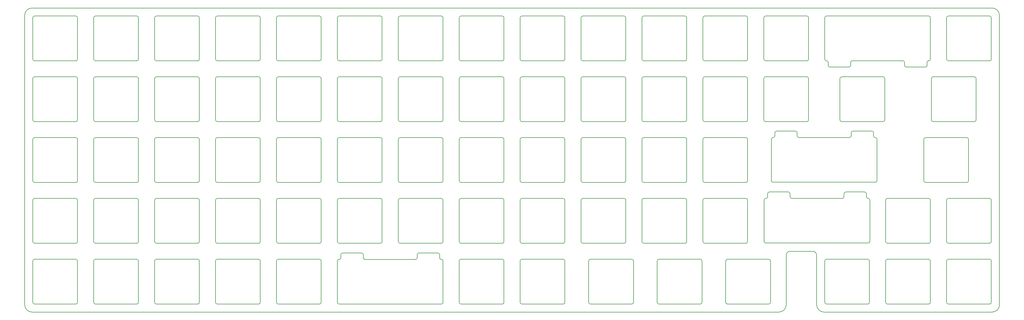
<source format=gm1>
G04 #@! TF.GenerationSoftware,KiCad,Pcbnew,(5.1.4)-1*
G04 #@! TF.CreationDate,2022-05-28T20:52:18-07:00*
G04 #@! TF.ProjectId,bakeneko65ortho-plate,62616b65-6e65-46b6-9f36-356f7274686f,rev?*
G04 #@! TF.SameCoordinates,Original*
G04 #@! TF.FileFunction,Profile,NP*
%FSLAX46Y46*%
G04 Gerber Fmt 4.6, Leading zero omitted, Abs format (unit mm)*
G04 Created by KiCad (PCBNEW (5.1.4)-1) date 2022-05-28 20:52:18*
%MOMM*%
%LPD*%
G04 APERTURE LIST*
%ADD10C,0.200000*%
G04 APERTURE END LIST*
D10*
X265375000Y-14468750D02*
X290725000Y-14468750D01*
X36775000Y-14468750D02*
X62125000Y-14468750D01*
X255586500Y-55056250D02*
G75*
G02X255086500Y-54556250I0J500000D01*
G01*
X248086500Y-54556250D02*
X248086500Y-53556250D01*
X271962500Y-54556250D02*
G75*
G02X271462500Y-55056250I-500000J0D01*
G01*
X278462500Y-53056250D02*
X272462500Y-53056250D01*
X279462500Y-55056250D02*
G75*
G02X278962500Y-54556250I0J500000D01*
G01*
X271462500Y-55056250D02*
X255586500Y-55056250D01*
X271962500Y-54556250D02*
X271962500Y-53556250D01*
X279549500Y-55056250D02*
X279462500Y-55056250D01*
X247586500Y-55056250D02*
X247499500Y-55056250D01*
X248086500Y-53556250D02*
G75*
G02X248586500Y-53056250I500000J0D01*
G01*
X254586500Y-53056250D02*
G75*
G02X255086500Y-53556250I0J-500000D01*
G01*
X248086500Y-54556250D02*
G75*
G02X247586500Y-55056250I-500000J0D01*
G01*
X271962500Y-53556250D02*
G75*
G02X272462500Y-53056250I500000J0D01*
G01*
X254586500Y-53056250D02*
X248586500Y-53056250D01*
X278962500Y-54556250D02*
X278962500Y-53556250D01*
X255086500Y-54556250D02*
X255086500Y-53556250D01*
X278462500Y-53056250D02*
G75*
G02X278962500Y-53556250I0J-500000D01*
G01*
X279549500Y-69056250D02*
X247499500Y-69056250D01*
X277318750Y-88112500D02*
X245268750Y-88112500D01*
X276231750Y-72112500D02*
G75*
G02X276731750Y-72612500I0J-500000D01*
G01*
X269231750Y-74112500D02*
X253355750Y-74112500D01*
X245855750Y-73612500D02*
X245855750Y-72612500D01*
X277231750Y-74112500D02*
G75*
G02X276731750Y-73612500I0J500000D01*
G01*
X276731750Y-73612500D02*
X276731750Y-72612500D01*
X245855750Y-73612500D02*
G75*
G02X245355750Y-74112500I-500000J0D01*
G01*
X245355750Y-74112500D02*
X245268750Y-74112500D01*
X269731750Y-73612500D02*
X269731750Y-72612500D01*
X252355750Y-72112500D02*
G75*
G02X252855750Y-72612500I0J-500000D01*
G01*
X269731750Y-72612500D02*
G75*
G02X270231750Y-72112500I500000J0D01*
G01*
X269731750Y-73612500D02*
G75*
G02X269231750Y-74112500I-500000J0D01*
G01*
X277318750Y-74112500D02*
X277231750Y-74112500D01*
X276231750Y-72112500D02*
X270231750Y-72112500D01*
X252855750Y-73612500D02*
X252855750Y-72612500D01*
X245855750Y-72612500D02*
G75*
G02X246355750Y-72112500I500000J0D01*
G01*
X252355750Y-72112500D02*
X246355750Y-72112500D01*
X253355750Y-74112500D02*
G75*
G02X252855750Y-73612500I0J500000D01*
G01*
X211312500Y-93693750D02*
X211312500Y-106693750D01*
X211812500Y-107193750D02*
X224812500Y-107193750D01*
X224812500Y-93193750D02*
G75*
G02X225312500Y-93693750I0J-500000D01*
G01*
X225312500Y-106693750D02*
G75*
G02X224812500Y-107193750I-500000J0D01*
G01*
X225312500Y-93693750D02*
X225312500Y-106693750D01*
X246743750Y-106693750D02*
G75*
G02X246243750Y-107193750I-500000J0D01*
G01*
X189881250Y-93693750D02*
G75*
G02X190381250Y-93193750I500000J0D01*
G01*
X189881250Y-93693750D02*
X189881250Y-106693750D01*
X182450000Y-93693750D02*
X182450000Y-106693750D01*
X68150000Y-93693750D02*
X68150000Y-106693750D01*
X162900000Y-93193750D02*
G75*
G02X163400000Y-93693750I0J-500000D01*
G01*
X87200000Y-93693750D02*
X87200000Y-106693750D01*
X92250000Y-93693750D02*
G75*
G02X92750000Y-93193750I500000J0D01*
G01*
X168950000Y-93193750D02*
X181950000Y-93193750D01*
X73700000Y-107193750D02*
G75*
G02X73200000Y-106693750I0J500000D01*
G01*
X211312500Y-93693750D02*
G75*
G02X211812500Y-93193750I500000J0D01*
G01*
X211812500Y-93193750D02*
X224812500Y-93193750D01*
X181950000Y-93193750D02*
G75*
G02X182450000Y-93693750I0J-500000D01*
G01*
X67650000Y-93193750D02*
G75*
G02X68150000Y-93693750I0J-500000D01*
G01*
X168450000Y-93693750D02*
G75*
G02X168950000Y-93193750I500000J0D01*
G01*
X35600000Y-107193750D02*
G75*
G02X35100000Y-106693750I0J500000D01*
G01*
X68150000Y-106693750D02*
G75*
G02X67650000Y-107193750I-500000J0D01*
G01*
X168950000Y-107193750D02*
G75*
G02X168450000Y-106693750I0J500000D01*
G01*
X149400000Y-93693750D02*
G75*
G02X149900000Y-93193750I500000J0D01*
G01*
X49100000Y-106693750D02*
G75*
G02X48600000Y-107193750I-500000J0D01*
G01*
X92750000Y-93193750D02*
X105750000Y-93193750D01*
X149900000Y-107193750D02*
X162900000Y-107193750D01*
X48600000Y-93193750D02*
G75*
G02X49100000Y-93693750I0J-500000D01*
G01*
X54650000Y-107193750D02*
G75*
G02X54150000Y-106693750I0J500000D01*
G01*
X203381250Y-93193750D02*
G75*
G02X203881250Y-93693750I0J-500000D01*
G01*
X73200000Y-93693750D02*
X73200000Y-106693750D01*
X149900000Y-93193750D02*
X162900000Y-93193750D01*
X73700000Y-107193750D02*
X86700000Y-107193750D01*
X73200000Y-93693750D02*
G75*
G02X73700000Y-93193750I500000J0D01*
G01*
X203881250Y-106693750D02*
G75*
G02X203381250Y-107193750I-500000J0D01*
G01*
X168450000Y-93693750D02*
X168450000Y-106693750D01*
X149400000Y-93693750D02*
X149400000Y-106693750D01*
X54150000Y-93693750D02*
G75*
G02X54650000Y-93193750I500000J0D01*
G01*
X203881250Y-93693750D02*
X203881250Y-106693750D01*
X106250000Y-106693750D02*
G75*
G02X105750000Y-107193750I-500000J0D01*
G01*
X190381250Y-93193750D02*
X203381250Y-93193750D01*
X92750000Y-107193750D02*
G75*
G02X92250000Y-106693750I0J500000D01*
G01*
X54650000Y-107193750D02*
X67650000Y-107193750D01*
X163400000Y-93693750D02*
X163400000Y-106693750D01*
X92250000Y-93693750D02*
X92250000Y-106693750D01*
X106250000Y-93693750D02*
X106250000Y-106693750D01*
X35100000Y-93693750D02*
X35100000Y-106693750D01*
X105750000Y-93193750D02*
G75*
G02X106250000Y-93693750I0J-500000D01*
G01*
X92750000Y-107193750D02*
X105750000Y-107193750D01*
X87200000Y-106693750D02*
G75*
G02X86700000Y-107193750I-500000J0D01*
G01*
X35600000Y-107193750D02*
X48600000Y-107193750D01*
X190381250Y-107193750D02*
X203381250Y-107193750D01*
X54150000Y-93693750D02*
X54150000Y-106693750D01*
X54650000Y-93193750D02*
X67650000Y-93193750D01*
X49100000Y-93693750D02*
X49100000Y-106693750D01*
X86700000Y-93193750D02*
G75*
G02X87200000Y-93693750I0J-500000D01*
G01*
X168950000Y-107193750D02*
X181950000Y-107193750D01*
X190381250Y-107193750D02*
G75*
G02X189881250Y-106693750I0J500000D01*
G01*
X73700000Y-93193750D02*
X86700000Y-93193750D01*
X182450000Y-106693750D02*
G75*
G02X181950000Y-107193750I-500000J0D01*
G01*
X163400000Y-106693750D02*
G75*
G02X162900000Y-107193750I-500000J0D01*
G01*
X149900000Y-107193750D02*
G75*
G02X149400000Y-106693750I0J500000D01*
G01*
X233243750Y-107193750D02*
G75*
G02X232743750Y-106693750I0J500000D01*
G01*
X211812500Y-107193750D02*
G75*
G02X211312500Y-106693750I0J500000D01*
G01*
X232743750Y-93693750D02*
G75*
G02X233243750Y-93193750I500000J0D01*
G01*
X246243750Y-93193750D02*
G75*
G02X246743750Y-93693750I0J-500000D01*
G01*
X246743750Y-93693750D02*
X246743750Y-106693750D01*
X233243750Y-107193750D02*
X246243750Y-107193750D01*
X233243750Y-93193750D02*
X246243750Y-93193750D01*
X232743750Y-93693750D02*
X232743750Y-106693750D01*
X35600000Y-93193750D02*
X48600000Y-93193750D01*
X30050000Y-106693750D02*
G75*
G02X29550000Y-107193750I-500000J0D01*
G01*
X16050000Y-93693750D02*
X16050000Y-106693750D01*
X16050000Y-93693750D02*
G75*
G02X16550000Y-93193750I500000J0D01*
G01*
X16550000Y-107193750D02*
G75*
G02X16050000Y-106693750I0J500000D01*
G01*
X30050000Y-93693750D02*
X30050000Y-106693750D01*
X35100000Y-93693750D02*
G75*
G02X35600000Y-93193750I500000J0D01*
G01*
X29550000Y-93193750D02*
G75*
G02X30050000Y-93693750I0J-500000D01*
G01*
X16550000Y-107193750D02*
X29550000Y-107193750D01*
X16550000Y-93193750D02*
X29550000Y-93193750D01*
X277818750Y-74612500D02*
X277818750Y-87612500D01*
X245268750Y-88112500D02*
G75*
G02X244768750Y-87612500I0J500000D01*
G01*
X277318750Y-74112500D02*
G75*
G02X277818750Y-74612500I0J-500000D01*
G01*
X277231750Y-88112500D02*
X277318750Y-88112500D01*
X245268750Y-88112500D02*
X245355750Y-88112500D01*
X244768750Y-74612500D02*
G75*
G02X245268750Y-74112500I500000J0D01*
G01*
X244768750Y-74612500D02*
X244768750Y-87612500D01*
X277818750Y-87612500D02*
G75*
G02X277318750Y-88112500I-500000J0D01*
G01*
X118881000Y-91210500D02*
X112881000Y-91210500D01*
X143257000Y-92710500D02*
X143257000Y-91710500D01*
X136257000Y-92710500D02*
X136257000Y-91710500D01*
X143844000Y-107210500D02*
X111794000Y-107210500D01*
X142757000Y-91210500D02*
G75*
G02X143257000Y-91710500I0J-500000D01*
G01*
X111294000Y-106710500D02*
X111294000Y-93710500D01*
X143844000Y-93210500D02*
G75*
G02X144344000Y-93710500I0J-500000D01*
G01*
X112381000Y-92710500D02*
G75*
G02X111881000Y-93210500I-500000J0D01*
G01*
X136257000Y-91710500D02*
G75*
G02X136757000Y-91210500I500000J0D01*
G01*
X119381000Y-92710500D02*
X119381000Y-91710500D01*
X111794000Y-107210500D02*
G75*
G02X111294000Y-106710500I0J500000D01*
G01*
X118881000Y-91210500D02*
G75*
G02X119381000Y-91710500I0J-500000D01*
G01*
X112381000Y-91710500D02*
G75*
G02X112881000Y-91210500I500000J0D01*
G01*
X111881000Y-93210500D02*
X111794000Y-93210500D01*
X143844000Y-93210500D02*
X143757000Y-93210500D01*
X144344000Y-106710500D02*
G75*
G02X143844000Y-107210500I-500000J0D01*
G01*
X144344000Y-106710500D02*
X144344000Y-93710500D01*
X111294000Y-93710500D02*
G75*
G02X111794000Y-93210500I500000J0D01*
G01*
X112381000Y-92710500D02*
X112381000Y-91710500D01*
X135757000Y-93210500D02*
X119881000Y-93210500D01*
X142757000Y-91210500D02*
X136757000Y-91210500D01*
X119881000Y-93210500D02*
G75*
G02X119381000Y-92710500I0J500000D01*
G01*
X143757000Y-93210500D02*
G75*
G02X143257000Y-92710500I0J500000D01*
G01*
X136257000Y-92710500D02*
G75*
G02X135757000Y-93210500I-500000J0D01*
G01*
X239600000Y-87643750D02*
G75*
G02X239100000Y-88143750I-500000J0D01*
G01*
X226100000Y-88143750D02*
G75*
G02X225600000Y-87643750I0J500000D01*
G01*
X225600000Y-74643750D02*
G75*
G02X226100000Y-74143750I500000J0D01*
G01*
X239100000Y-74143750D02*
G75*
G02X239600000Y-74643750I0J-500000D01*
G01*
X239600000Y-74643750D02*
X239600000Y-87643750D01*
X226100000Y-88143750D02*
X239100000Y-88143750D01*
X226100000Y-74143750D02*
X239100000Y-74143750D01*
X225600000Y-74643750D02*
X225600000Y-87643750D01*
X247499500Y-69056250D02*
G75*
G02X246999500Y-68556250I0J500000D01*
G01*
X280049500Y-55556250D02*
X280049500Y-68556250D01*
X279549500Y-55056250D02*
G75*
G02X280049500Y-55556250I0J-500000D01*
G01*
X279462500Y-69056250D02*
X279549500Y-69056250D01*
X246999500Y-55556250D02*
G75*
G02X247499500Y-55056250I500000J0D01*
G01*
X246999500Y-55556250D02*
X246999500Y-68556250D01*
X280049500Y-68556250D02*
G75*
G02X279549500Y-69056250I-500000J0D01*
G01*
X247499500Y-69056250D02*
X247586500Y-69056250D01*
X226100000Y-69093750D02*
X239100000Y-69093750D01*
X239600000Y-68593750D02*
G75*
G02X239100000Y-69093750I-500000J0D01*
G01*
X239100000Y-55093750D02*
G75*
G02X239600000Y-55593750I0J-500000D01*
G01*
X225600000Y-55593750D02*
X225600000Y-68593750D01*
X226100000Y-69093750D02*
G75*
G02X225600000Y-68593750I0J500000D01*
G01*
X239600000Y-55593750D02*
X239600000Y-68593750D01*
X226100000Y-55093750D02*
X239100000Y-55093750D01*
X225600000Y-55593750D02*
G75*
G02X226100000Y-55093750I500000J0D01*
G01*
X16050000Y-17493750D02*
X16050000Y-30493750D01*
X62125000Y-14468750D02*
X269725000Y-14468750D01*
X16550000Y-16993750D02*
X29550000Y-16993750D01*
X30050000Y-30493750D02*
G75*
G02X29550000Y-30993750I-500000J0D01*
G01*
X16050000Y-17493750D02*
G75*
G02X16550000Y-16993750I500000J0D01*
G01*
X29550000Y-16993750D02*
G75*
G02X30050000Y-17493750I0J-500000D01*
G01*
X16550000Y-30993750D02*
X29550000Y-30993750D01*
X16550000Y-30993750D02*
G75*
G02X16050000Y-30493750I0J500000D01*
G01*
X290725000Y-14468750D02*
X316075000Y-14468750D01*
X30050000Y-17493750D02*
X30050000Y-30493750D01*
X149900000Y-30993750D02*
G75*
G02X149400000Y-30493750I0J500000D01*
G01*
X111800000Y-30993750D02*
G75*
G02X111300000Y-30493750I0J500000D01*
G01*
X130350000Y-17493750D02*
G75*
G02X130850000Y-16993750I500000J0D01*
G01*
X143850000Y-16993750D02*
G75*
G02X144350000Y-17493750I0J-500000D01*
G01*
X111800000Y-30993750D02*
X124800000Y-30993750D01*
X144350000Y-17493750D02*
X144350000Y-30493750D01*
X92750000Y-30993750D02*
X105750000Y-30993750D01*
X35600000Y-30993750D02*
X48600000Y-30993750D01*
X54150000Y-17493750D02*
G75*
G02X54650000Y-16993750I500000J0D01*
G01*
X68150000Y-17493750D02*
X68150000Y-30493750D01*
X106250000Y-17493750D02*
X106250000Y-30493750D01*
X130850000Y-16993750D02*
X143850000Y-16993750D01*
X130350000Y-17493750D02*
X130350000Y-30493750D01*
X68150000Y-30493750D02*
G75*
G02X67650000Y-30993750I-500000J0D01*
G01*
X54650000Y-30993750D02*
G75*
G02X54150000Y-30493750I0J500000D01*
G01*
X92750000Y-16993750D02*
X105750000Y-16993750D01*
X87200000Y-17493750D02*
X87200000Y-30493750D01*
X162900000Y-16993750D02*
G75*
G02X163400000Y-17493750I0J-500000D01*
G01*
X49100000Y-30493750D02*
G75*
G02X48600000Y-30993750I-500000J0D01*
G01*
X54650000Y-16993750D02*
X67650000Y-16993750D01*
X35100000Y-17493750D02*
G75*
G02X35600000Y-16993750I500000J0D01*
G01*
X144350000Y-30493750D02*
G75*
G02X143850000Y-30993750I-500000J0D01*
G01*
X130850000Y-30993750D02*
X143850000Y-30993750D01*
X35600000Y-16993750D02*
X48600000Y-16993750D01*
X48600000Y-16993750D02*
G75*
G02X49100000Y-17493750I0J-500000D01*
G01*
X35600000Y-30993750D02*
G75*
G02X35100000Y-30493750I0J500000D01*
G01*
X86700000Y-16993750D02*
G75*
G02X87200000Y-17493750I0J-500000D01*
G01*
X106250000Y-30493750D02*
G75*
G02X105750000Y-30993750I-500000J0D01*
G01*
X92250000Y-17493750D02*
X92250000Y-30493750D01*
X125300000Y-30493750D02*
G75*
G02X124800000Y-30993750I-500000J0D01*
G01*
X35100000Y-17493750D02*
X35100000Y-30493750D01*
X87200000Y-30493750D02*
G75*
G02X86700000Y-30993750I-500000J0D01*
G01*
X111300000Y-17493750D02*
G75*
G02X111800000Y-16993750I500000J0D01*
G01*
X111300000Y-17493750D02*
X111300000Y-30493750D01*
X73700000Y-30993750D02*
X86700000Y-30993750D01*
X149900000Y-16993750D02*
X162900000Y-16993750D01*
X73200000Y-17493750D02*
X73200000Y-30493750D01*
X124800000Y-16993750D02*
G75*
G02X125300000Y-17493750I0J-500000D01*
G01*
X163400000Y-30493750D02*
G75*
G02X162900000Y-30993750I-500000J0D01*
G01*
X149900000Y-30993750D02*
X162900000Y-30993750D01*
X105750000Y-16993750D02*
G75*
G02X106250000Y-17493750I0J-500000D01*
G01*
X130850000Y-30993750D02*
G75*
G02X130350000Y-30493750I0J500000D01*
G01*
X73700000Y-16993750D02*
X86700000Y-16993750D01*
X49100000Y-17493750D02*
X49100000Y-30493750D01*
X73200000Y-17493750D02*
G75*
G02X73700000Y-16993750I500000J0D01*
G01*
X67650000Y-16993750D02*
G75*
G02X68150000Y-17493750I0J-500000D01*
G01*
X125300000Y-17493750D02*
X125300000Y-30493750D01*
X54650000Y-30993750D02*
X67650000Y-30993750D01*
X54150000Y-17493750D02*
X54150000Y-30493750D01*
X73700000Y-30993750D02*
G75*
G02X73200000Y-30493750I0J500000D01*
G01*
X92250000Y-17493750D02*
G75*
G02X92750000Y-16993750I500000J0D01*
G01*
X149400000Y-17493750D02*
X149400000Y-30493750D01*
X92750000Y-30993750D02*
G75*
G02X92250000Y-30493750I0J500000D01*
G01*
X111800000Y-16993750D02*
X124800000Y-16993750D01*
X149400000Y-17493750D02*
G75*
G02X149900000Y-16993750I500000J0D01*
G01*
X163400000Y-17493750D02*
X163400000Y-30493750D01*
X168450000Y-17493750D02*
G75*
G02X168950000Y-16993750I500000J0D01*
G01*
X245150000Y-16993750D02*
X258150000Y-16993750D01*
X49100000Y-49543750D02*
G75*
G02X48600000Y-50043750I-500000J0D01*
G01*
X258650000Y-17493750D02*
X258650000Y-30493750D01*
X30050000Y-49543750D02*
G75*
G02X29550000Y-50043750I-500000J0D01*
G01*
X315300000Y-16993750D02*
G75*
G02X315800000Y-17493750I0J-500000D01*
G01*
X315800000Y-17493750D02*
X315800000Y-30493750D01*
X315800000Y-30493750D02*
G75*
G02X315300000Y-30993750I-500000J0D01*
G01*
X302300000Y-30993750D02*
G75*
G02X301800000Y-30493750I0J500000D01*
G01*
X54150000Y-36543750D02*
G75*
G02X54650000Y-36043750I500000J0D01*
G01*
X35100000Y-36543750D02*
X35100000Y-49543750D01*
X302300000Y-30993750D02*
X315300000Y-30993750D01*
X35600000Y-50043750D02*
G75*
G02X35100000Y-49543750I0J500000D01*
G01*
X168950000Y-30993750D02*
G75*
G02X168450000Y-30493750I0J500000D01*
G01*
X201500000Y-30493750D02*
G75*
G02X201000000Y-30993750I-500000J0D01*
G01*
X207050000Y-30993750D02*
X220050000Y-30993750D01*
X16550000Y-50043750D02*
X29550000Y-50043750D01*
X49100000Y-36543750D02*
X49100000Y-49543750D01*
X168950000Y-16993750D02*
X181950000Y-16993750D01*
X181950000Y-16993750D02*
G75*
G02X182450000Y-17493750I0J-500000D01*
G01*
X182450000Y-17493750D02*
X182450000Y-30493750D01*
X220550000Y-30493750D02*
G75*
G02X220050000Y-30993750I-500000J0D01*
G01*
X182450000Y-30493750D02*
G75*
G02X181950000Y-30993750I-500000J0D01*
G01*
X168450000Y-17493750D02*
X168450000Y-30493750D01*
X206550000Y-17493750D02*
G75*
G02X207050000Y-16993750I500000J0D01*
G01*
X220050000Y-16993750D02*
G75*
G02X220550000Y-17493750I0J-500000D01*
G01*
X225600000Y-17493750D02*
G75*
G02X226100000Y-16993750I500000J0D01*
G01*
X244650000Y-17493750D02*
G75*
G02X245150000Y-16993750I500000J0D01*
G01*
X244650000Y-17493750D02*
X244650000Y-30493750D01*
X225600000Y-17493750D02*
X225600000Y-30493750D01*
X258150000Y-16993750D02*
G75*
G02X258650000Y-17493750I0J-500000D01*
G01*
X16050000Y-36543750D02*
X16050000Y-49543750D01*
X301800000Y-17493750D02*
X301800000Y-30493750D01*
X226100000Y-16993750D02*
X239100000Y-16993750D01*
X239600000Y-30493750D02*
G75*
G02X239100000Y-30993750I-500000J0D01*
G01*
X226100000Y-30993750D02*
X239100000Y-30993750D01*
X48600000Y-36043750D02*
G75*
G02X49100000Y-36543750I0J-500000D01*
G01*
X16050000Y-36543750D02*
G75*
G02X16550000Y-36043750I500000J0D01*
G01*
X168950000Y-30993750D02*
X181950000Y-30993750D01*
X201500000Y-17493750D02*
X201500000Y-30493750D01*
X245150000Y-30993750D02*
G75*
G02X244650000Y-30493750I0J500000D01*
G01*
X35600000Y-50043750D02*
X48600000Y-50043750D01*
X187500000Y-17493750D02*
G75*
G02X188000000Y-16993750I500000J0D01*
G01*
X16550000Y-36043750D02*
X29550000Y-36043750D01*
X35100000Y-36543750D02*
G75*
G02X35600000Y-36043750I500000J0D01*
G01*
X188000000Y-16993750D02*
X201000000Y-16993750D01*
X239100000Y-16993750D02*
G75*
G02X239600000Y-17493750I0J-500000D01*
G01*
X301800000Y-17493750D02*
G75*
G02X302300000Y-16993750I500000J0D01*
G01*
X302300000Y-16993750D02*
X315300000Y-16993750D01*
X29550000Y-36043750D02*
G75*
G02X30050000Y-36543750I0J-500000D01*
G01*
X201000000Y-16993750D02*
G75*
G02X201500000Y-17493750I0J-500000D01*
G01*
X239600000Y-17493750D02*
X239600000Y-30493750D01*
X187500000Y-17493750D02*
X187500000Y-30493750D01*
X188000000Y-30993750D02*
X201000000Y-30993750D01*
X188000000Y-30993750D02*
G75*
G02X187500000Y-30493750I0J500000D01*
G01*
X207050000Y-16993750D02*
X220050000Y-16993750D01*
X245150000Y-30993750D02*
X258150000Y-30993750D01*
X30050000Y-36543750D02*
X30050000Y-49543750D01*
X220550000Y-17493750D02*
X220550000Y-30493750D01*
X207050000Y-30993750D02*
G75*
G02X206550000Y-30493750I0J500000D01*
G01*
X258650000Y-30493750D02*
G75*
G02X258150000Y-30993750I-500000J0D01*
G01*
X16550000Y-50043750D02*
G75*
G02X16050000Y-49543750I0J500000D01*
G01*
X35600000Y-36043750D02*
X48600000Y-36043750D01*
X206550000Y-17493750D02*
X206550000Y-30493750D01*
X226100000Y-30993750D02*
G75*
G02X225600000Y-30493750I0J500000D01*
G01*
X206550000Y-36543750D02*
G75*
G02X207050000Y-36043750I500000J0D01*
G01*
X143850000Y-36043750D02*
G75*
G02X144350000Y-36543750I0J-500000D01*
G01*
X92750000Y-50043750D02*
X105750000Y-50043750D01*
X92750000Y-50043750D02*
G75*
G02X92250000Y-49543750I0J500000D01*
G01*
X149400000Y-36543750D02*
X149400000Y-49543750D01*
X187500000Y-36543750D02*
G75*
G02X188000000Y-36043750I500000J0D01*
G01*
X201500000Y-49543750D02*
G75*
G02X201000000Y-50043750I-500000J0D01*
G01*
X168950000Y-36043750D02*
X181950000Y-36043750D01*
X130850000Y-50043750D02*
G75*
G02X130350000Y-49543750I0J500000D01*
G01*
X130850000Y-50043750D02*
X143850000Y-50043750D01*
X201500000Y-36543750D02*
X201500000Y-49543750D01*
X144350000Y-49543750D02*
G75*
G02X143850000Y-50043750I-500000J0D01*
G01*
X54650000Y-36043750D02*
X67650000Y-36043750D01*
X67650000Y-36043750D02*
G75*
G02X68150000Y-36543750I0J-500000D01*
G01*
X54650000Y-50043750D02*
G75*
G02X54150000Y-49543750I0J500000D01*
G01*
X163400000Y-49543750D02*
G75*
G02X162900000Y-50043750I-500000J0D01*
G01*
X130850000Y-36043750D02*
X143850000Y-36043750D01*
X68150000Y-36543750D02*
X68150000Y-49543750D01*
X111300000Y-36543750D02*
G75*
G02X111800000Y-36043750I500000J0D01*
G01*
X188000000Y-50043750D02*
G75*
G02X187500000Y-49543750I0J500000D01*
G01*
X73200000Y-36543750D02*
G75*
G02X73700000Y-36043750I500000J0D01*
G01*
X87200000Y-49543750D02*
G75*
G02X86700000Y-50043750I-500000J0D01*
G01*
X73700000Y-50043750D02*
X86700000Y-50043750D01*
X73700000Y-50043750D02*
G75*
G02X73200000Y-49543750I0J500000D01*
G01*
X92250000Y-36543750D02*
G75*
G02X92750000Y-36043750I500000J0D01*
G01*
X111800000Y-50043750D02*
G75*
G02X111300000Y-49543750I0J500000D01*
G01*
X149900000Y-50043750D02*
G75*
G02X149400000Y-49543750I0J500000D01*
G01*
X149900000Y-36043750D02*
X162900000Y-36043750D01*
X92750000Y-36043750D02*
X105750000Y-36043750D01*
X106250000Y-36543750D02*
X106250000Y-49543750D01*
X168950000Y-50043750D02*
G75*
G02X168450000Y-49543750I0J500000D01*
G01*
X130350000Y-36543750D02*
G75*
G02X130850000Y-36043750I500000J0D01*
G01*
X182450000Y-49543750D02*
G75*
G02X181950000Y-50043750I-500000J0D01*
G01*
X181950000Y-36043750D02*
G75*
G02X182450000Y-36543750I0J-500000D01*
G01*
X188000000Y-36043750D02*
X201000000Y-36043750D01*
X182450000Y-36543750D02*
X182450000Y-49543750D01*
X130350000Y-36543750D02*
X130350000Y-49543750D01*
X149400000Y-36543750D02*
G75*
G02X149900000Y-36043750I500000J0D01*
G01*
X168450000Y-36543750D02*
X168450000Y-49543750D01*
X68150000Y-49543750D02*
G75*
G02X67650000Y-50043750I-500000J0D01*
G01*
X144350000Y-36543750D02*
X144350000Y-49543750D01*
X54650000Y-50043750D02*
X67650000Y-50043750D01*
X54150000Y-36543750D02*
X54150000Y-49543750D01*
X111800000Y-36043750D02*
X124800000Y-36043750D01*
X187500000Y-36543750D02*
X187500000Y-49543750D01*
X73700000Y-36043750D02*
X86700000Y-36043750D01*
X163400000Y-36543750D02*
X163400000Y-49543750D01*
X86700000Y-36043750D02*
G75*
G02X87200000Y-36543750I0J-500000D01*
G01*
X87200000Y-36543750D02*
X87200000Y-49543750D01*
X73200000Y-36543750D02*
X73200000Y-49543750D01*
X105750000Y-36043750D02*
G75*
G02X106250000Y-36543750I0J-500000D01*
G01*
X125300000Y-49543750D02*
G75*
G02X124800000Y-50043750I-500000J0D01*
G01*
X111800000Y-50043750D02*
X124800000Y-50043750D01*
X125300000Y-36543750D02*
X125300000Y-49543750D01*
X168950000Y-50043750D02*
X181950000Y-50043750D01*
X106250000Y-49543750D02*
G75*
G02X105750000Y-50043750I-500000J0D01*
G01*
X92250000Y-36543750D02*
X92250000Y-49543750D01*
X168450000Y-36543750D02*
G75*
G02X168950000Y-36043750I500000J0D01*
G01*
X188000000Y-50043750D02*
X201000000Y-50043750D01*
X124800000Y-36043750D02*
G75*
G02X125300000Y-36543750I0J-500000D01*
G01*
X111300000Y-36543750D02*
X111300000Y-49543750D01*
X149900000Y-50043750D02*
X162900000Y-50043750D01*
X201000000Y-36043750D02*
G75*
G02X201500000Y-36543750I0J-500000D01*
G01*
X162900000Y-36043750D02*
G75*
G02X163400000Y-36543750I0J-500000D01*
G01*
X163400000Y-55593750D02*
X163400000Y-68593750D01*
X111300000Y-55593750D02*
X111300000Y-68593750D01*
X168950000Y-55093750D02*
X181950000Y-55093750D01*
X188000000Y-55093750D02*
X201000000Y-55093750D01*
X163400000Y-68593750D02*
G75*
G02X162900000Y-69093750I-500000J0D01*
G01*
X168450000Y-55593750D02*
G75*
G02X168950000Y-55093750I500000J0D01*
G01*
X187500000Y-55593750D02*
X187500000Y-68593750D01*
X188000000Y-69093750D02*
G75*
G02X187500000Y-68593750I0J500000D01*
G01*
X73700000Y-55093750D02*
X86700000Y-55093750D01*
X86700000Y-55093750D02*
G75*
G02X87200000Y-55593750I0J-500000D01*
G01*
X73700000Y-69093750D02*
X86700000Y-69093750D01*
X111800000Y-69093750D02*
X124800000Y-69093750D01*
X149900000Y-69093750D02*
G75*
G02X149400000Y-68593750I0J500000D01*
G01*
X188000000Y-69093750D02*
X201000000Y-69093750D01*
X111800000Y-55093750D02*
X124800000Y-55093750D01*
X182450000Y-68593750D02*
G75*
G02X181950000Y-69093750I-500000J0D01*
G01*
X87200000Y-55593750D02*
X87200000Y-68593750D01*
X87200000Y-68593750D02*
G75*
G02X86700000Y-69093750I-500000J0D01*
G01*
X201500000Y-68593750D02*
G75*
G02X201000000Y-69093750I-500000J0D01*
G01*
X92250000Y-55593750D02*
G75*
G02X92750000Y-55093750I500000J0D01*
G01*
X92750000Y-69093750D02*
X105750000Y-69093750D01*
X143850000Y-55093750D02*
G75*
G02X144350000Y-55593750I0J-500000D01*
G01*
X73700000Y-69093750D02*
G75*
G02X73200000Y-68593750I0J500000D01*
G01*
X73200000Y-55593750D02*
X73200000Y-68593750D01*
X111300000Y-55593750D02*
G75*
G02X111800000Y-55093750I500000J0D01*
G01*
X125300000Y-55593750D02*
X125300000Y-68593750D01*
X144350000Y-55593750D02*
X144350000Y-68593750D01*
X201000000Y-55093750D02*
G75*
G02X201500000Y-55593750I0J-500000D01*
G01*
X162900000Y-55093750D02*
G75*
G02X163400000Y-55593750I0J-500000D01*
G01*
X149400000Y-55593750D02*
X149400000Y-68593750D01*
X207050000Y-55093750D02*
X220050000Y-55093750D01*
X187500000Y-55593750D02*
G75*
G02X188000000Y-55093750I500000J0D01*
G01*
X206550000Y-55593750D02*
G75*
G02X207050000Y-55093750I500000J0D01*
G01*
X92750000Y-55093750D02*
X105750000Y-55093750D01*
X182450000Y-55593750D02*
X182450000Y-68593750D01*
X106250000Y-55593750D02*
X106250000Y-68593750D01*
X105750000Y-55093750D02*
G75*
G02X106250000Y-55593750I0J-500000D01*
G01*
X106250000Y-68593750D02*
G75*
G02X105750000Y-69093750I-500000J0D01*
G01*
X92750000Y-69093750D02*
G75*
G02X92250000Y-68593750I0J500000D01*
G01*
X92250000Y-55593750D02*
X92250000Y-68593750D01*
X124800000Y-55093750D02*
G75*
G02X125300000Y-55593750I0J-500000D01*
G01*
X144350000Y-68593750D02*
G75*
G02X143850000Y-69093750I-500000J0D01*
G01*
X130850000Y-69093750D02*
X143850000Y-69093750D01*
X149900000Y-55093750D02*
X162900000Y-55093750D01*
X149900000Y-69093750D02*
X162900000Y-69093750D01*
X181950000Y-55093750D02*
G75*
G02X182450000Y-55593750I0J-500000D01*
G01*
X168450000Y-55593750D02*
X168450000Y-68593750D01*
X168950000Y-69093750D02*
X181950000Y-69093750D01*
X130850000Y-55093750D02*
X143850000Y-55093750D01*
X125300000Y-68593750D02*
G75*
G02X124800000Y-69093750I-500000J0D01*
G01*
X130350000Y-55593750D02*
X130350000Y-68593750D01*
X168950000Y-69093750D02*
G75*
G02X168450000Y-68593750I0J500000D01*
G01*
X111800000Y-69093750D02*
G75*
G02X111300000Y-68593750I0J500000D01*
G01*
X130350000Y-55593750D02*
G75*
G02X130850000Y-55093750I500000J0D01*
G01*
X130850000Y-69093750D02*
G75*
G02X130350000Y-68593750I0J500000D01*
G01*
X201500000Y-55593750D02*
X201500000Y-68593750D01*
X149400000Y-55593750D02*
G75*
G02X149900000Y-55093750I500000J0D01*
G01*
X308656250Y-68593750D02*
G75*
G02X308156250Y-69093750I-500000J0D01*
G01*
X29550000Y-74143750D02*
G75*
G02X30050000Y-74643750I0J-500000D01*
G01*
X16550000Y-88143750D02*
G75*
G02X16050000Y-87643750I0J500000D01*
G01*
X294656250Y-55593750D02*
X294656250Y-68593750D01*
X16550000Y-88143750D02*
X29550000Y-88143750D01*
X295156250Y-69093750D02*
G75*
G02X294656250Y-68593750I0J500000D01*
G01*
X220050000Y-55093750D02*
G75*
G02X220550000Y-55593750I0J-500000D01*
G01*
X220550000Y-55593750D02*
X220550000Y-68593750D01*
X308656250Y-55593750D02*
X308656250Y-68593750D01*
X220550000Y-68593750D02*
G75*
G02X220050000Y-69093750I-500000J0D01*
G01*
X207050000Y-69093750D02*
X220050000Y-69093750D01*
X35100000Y-74643750D02*
G75*
G02X35600000Y-74143750I500000J0D01*
G01*
X207050000Y-69093750D02*
G75*
G02X206550000Y-68593750I0J500000D01*
G01*
X206550000Y-55593750D02*
X206550000Y-68593750D01*
X16050000Y-74643750D02*
G75*
G02X16550000Y-74143750I500000J0D01*
G01*
X308156250Y-55093750D02*
G75*
G02X308656250Y-55593750I0J-500000D01*
G01*
X30050000Y-74643750D02*
X30050000Y-87643750D01*
X16550000Y-74143750D02*
X29550000Y-74143750D01*
X295156250Y-69093750D02*
X308156250Y-69093750D01*
X35600000Y-74143750D02*
X48600000Y-74143750D01*
X294656250Y-55593750D02*
G75*
G02X295156250Y-55093750I500000J0D01*
G01*
X16050000Y-74643750D02*
X16050000Y-87643750D01*
X295156250Y-55093750D02*
X308156250Y-55093750D01*
X30050000Y-87643750D02*
G75*
G02X29550000Y-88143750I-500000J0D01*
G01*
X239100000Y-36043750D02*
G75*
G02X239600000Y-36543750I0J-500000D01*
G01*
X245150000Y-50043750D02*
G75*
G02X244650000Y-49543750I0J500000D01*
G01*
X310537500Y-36043750D02*
G75*
G02X311037500Y-36543750I0J-500000D01*
G01*
X268962500Y-50043750D02*
X281962500Y-50043750D01*
X226100000Y-50043750D02*
G75*
G02X225600000Y-49543750I0J500000D01*
G01*
X282462500Y-36543750D02*
X282462500Y-49543750D01*
X258650000Y-36543750D02*
X258650000Y-49543750D01*
X258650000Y-49543750D02*
G75*
G02X258150000Y-50043750I-500000J0D01*
G01*
X16550000Y-55093750D02*
X29550000Y-55093750D01*
X35100000Y-55593750D02*
G75*
G02X35600000Y-55093750I500000J0D01*
G01*
X54650000Y-69093750D02*
G75*
G02X54150000Y-68593750I0J500000D01*
G01*
X244650000Y-36543750D02*
G75*
G02X245150000Y-36043750I500000J0D01*
G01*
X48600000Y-55093750D02*
G75*
G02X49100000Y-55593750I0J-500000D01*
G01*
X297537500Y-50043750D02*
X310537500Y-50043750D01*
X244650000Y-36543750D02*
X244650000Y-49543750D01*
X35600000Y-69093750D02*
X48600000Y-69093750D01*
X258150000Y-36043750D02*
G75*
G02X258650000Y-36543750I0J-500000D01*
G01*
X297037500Y-36543750D02*
X297037500Y-49543750D01*
X35600000Y-55093750D02*
X48600000Y-55093750D01*
X67650000Y-55093750D02*
G75*
G02X68150000Y-55593750I0J-500000D01*
G01*
X281962500Y-36043750D02*
G75*
G02X282462500Y-36543750I0J-500000D01*
G01*
X49100000Y-55593750D02*
X49100000Y-68593750D01*
X245150000Y-50043750D02*
X258150000Y-50043750D01*
X68150000Y-68593750D02*
G75*
G02X67650000Y-69093750I-500000J0D01*
G01*
X207050000Y-36043750D02*
X220050000Y-36043750D01*
X207050000Y-50043750D02*
G75*
G02X206550000Y-49543750I0J500000D01*
G01*
X239600000Y-49543750D02*
G75*
G02X239100000Y-50043750I-500000J0D01*
G01*
X239600000Y-36543750D02*
X239600000Y-49543750D01*
X220050000Y-36043750D02*
G75*
G02X220550000Y-36543750I0J-500000D01*
G01*
X226100000Y-50043750D02*
X239100000Y-50043750D01*
X16050000Y-55593750D02*
G75*
G02X16550000Y-55093750I500000J0D01*
G01*
X220550000Y-36543750D02*
X220550000Y-49543750D01*
X220550000Y-49543750D02*
G75*
G02X220050000Y-50043750I-500000J0D01*
G01*
X54650000Y-55093750D02*
X67650000Y-55093750D01*
X297537500Y-50043750D02*
G75*
G02X297037500Y-49543750I0J500000D01*
G01*
X225600000Y-36543750D02*
X225600000Y-49543750D01*
X16550000Y-69093750D02*
G75*
G02X16050000Y-68593750I0J500000D01*
G01*
X207050000Y-50043750D02*
X220050000Y-50043750D01*
X225600000Y-36543750D02*
G75*
G02X226100000Y-36043750I500000J0D01*
G01*
X245150000Y-36043750D02*
X258150000Y-36043750D01*
X297037500Y-36543750D02*
G75*
G02X297537500Y-36043750I500000J0D01*
G01*
X297537500Y-36043750D02*
X310537500Y-36043750D01*
X268962500Y-36043750D02*
X281962500Y-36043750D01*
X30050000Y-55593750D02*
X30050000Y-68593750D01*
X54150000Y-55593750D02*
G75*
G02X54650000Y-55093750I500000J0D01*
G01*
X311037500Y-36543750D02*
X311037500Y-49543750D01*
X30050000Y-68593750D02*
G75*
G02X29550000Y-69093750I-500000J0D01*
G01*
X35600000Y-69093750D02*
G75*
G02X35100000Y-68593750I0J500000D01*
G01*
X73200000Y-55593750D02*
G75*
G02X73700000Y-55093750I500000J0D01*
G01*
X54650000Y-69093750D02*
X67650000Y-69093750D01*
X282462500Y-49543750D02*
G75*
G02X281962500Y-50043750I-500000J0D01*
G01*
X311037500Y-49543750D02*
G75*
G02X310537500Y-50043750I-500000J0D01*
G01*
X268962500Y-50043750D02*
G75*
G02X268462500Y-49543750I0J500000D01*
G01*
X16550000Y-69093750D02*
X29550000Y-69093750D01*
X16050000Y-55593750D02*
X16050000Y-68593750D01*
X49100000Y-68593750D02*
G75*
G02X48600000Y-69093750I-500000J0D01*
G01*
X54150000Y-55593750D02*
X54150000Y-68593750D01*
X68150000Y-55593750D02*
X68150000Y-68593750D01*
X35100000Y-55593750D02*
X35100000Y-68593750D01*
X268462500Y-36543750D02*
X268462500Y-49543750D01*
X29550000Y-55093750D02*
G75*
G02X30050000Y-55593750I0J-500000D01*
G01*
X206550000Y-36543750D02*
X206550000Y-49543750D01*
X226100000Y-36043750D02*
X239100000Y-36043750D01*
X268462500Y-36543750D02*
G75*
G02X268962500Y-36043750I500000J0D01*
G01*
X271787000Y-31493750D02*
G75*
G02X272287000Y-30993750I500000J0D01*
G01*
X296163000Y-30993750D02*
X296250000Y-30993750D01*
X289163000Y-32993750D02*
G75*
G02X288663000Y-32493750I0J500000D01*
G01*
X288163000Y-30993750D02*
G75*
G02X288663000Y-31493750I0J-500000D01*
G01*
X289163000Y-32993750D02*
X295163000Y-32993750D01*
X265287000Y-32993750D02*
X271287000Y-32993750D01*
X265287000Y-32993750D02*
G75*
G02X264787000Y-32493750I0J500000D01*
G01*
X295663000Y-31493750D02*
G75*
G02X296163000Y-30993750I500000J0D01*
G01*
X295663000Y-32493750D02*
G75*
G02X295163000Y-32993750I-500000J0D01*
G01*
X272287000Y-30993750D02*
X288163000Y-30993750D01*
X271787000Y-32493750D02*
G75*
G02X271287000Y-32993750I-500000J0D01*
G01*
X264787000Y-31493750D02*
X264787000Y-32493750D01*
X295663000Y-31493750D02*
X295663000Y-32493750D01*
X271787000Y-31493750D02*
X271787000Y-32493750D01*
X288663000Y-31493750D02*
X288663000Y-32493750D01*
X15775000Y-109718750D02*
G75*
G02X13525000Y-107468750I0J2250000D01*
G01*
X318325000Y-107468750D02*
G75*
G02X316075000Y-109718750I-2250000J0D01*
G01*
X13525000Y-16718750D02*
X13525000Y-107468750D01*
X261175000Y-91918750D02*
X261175000Y-107468750D01*
X264287000Y-30993750D02*
G75*
G02X264787000Y-31493750I0J-500000D01*
G01*
X264200000Y-30993750D02*
X264287000Y-30993750D01*
X13525000Y-16718750D02*
G75*
G02X15775000Y-14468750I2250000J0D01*
G01*
X264200000Y-30993750D02*
G75*
G02X263700000Y-30493750I0J500000D01*
G01*
X296250000Y-16993750D02*
G75*
G02X296750000Y-17493750I0J-500000D01*
G01*
X296750000Y-30493750D02*
G75*
G02X296250000Y-30993750I-500000J0D01*
G01*
X263425000Y-109718750D02*
X316075000Y-109718750D01*
X251650000Y-107468750D02*
X251650000Y-91918750D01*
X259925000Y-90668750D02*
G75*
G02X261175000Y-91918750I0J-1250000D01*
G01*
X318325000Y-16718750D02*
X318325000Y-107468750D01*
X252900000Y-90668750D02*
X259925000Y-90668750D01*
X263700000Y-17493750D02*
X263700000Y-30493750D01*
X263700000Y-17493750D02*
G75*
G02X264200000Y-16993750I500000J0D01*
G01*
X263425000Y-109718750D02*
G75*
G02X261175000Y-107468750I0J2250000D01*
G01*
X264200000Y-16993750D02*
X296250000Y-16993750D01*
X296750000Y-17493750D02*
X296750000Y-30493750D01*
X15775000Y-14468750D02*
X41125000Y-14468750D01*
X15775000Y-109718750D02*
X249400000Y-109718750D01*
X251650000Y-107468750D02*
G75*
G02X249400000Y-109718750I-2250000J0D01*
G01*
X251650000Y-91918750D02*
G75*
G02X252900000Y-90668750I1250000J0D01*
G01*
X316075000Y-14468750D02*
G75*
G02X318325000Y-16718750I0J-2250000D01*
G01*
X282750000Y-74643750D02*
X282750000Y-87643750D01*
X302300000Y-88143750D02*
G75*
G02X301800000Y-87643750I0J500000D01*
G01*
X220550000Y-87643750D02*
G75*
G02X220050000Y-88143750I-500000J0D01*
G01*
X201000000Y-74143750D02*
G75*
G02X201500000Y-74643750I0J-500000D01*
G01*
X283250000Y-88143750D02*
X296250000Y-88143750D01*
X201500000Y-74643750D02*
X201500000Y-87643750D01*
X201500000Y-87643750D02*
G75*
G02X201000000Y-88143750I-500000J0D01*
G01*
X188000000Y-88143750D02*
X201000000Y-88143750D01*
X296750000Y-87643750D02*
G75*
G02X296250000Y-88143750I-500000J0D01*
G01*
X187500000Y-74643750D02*
X187500000Y-87643750D01*
X220550000Y-74643750D02*
X220550000Y-87643750D01*
X282750000Y-74643750D02*
G75*
G02X283250000Y-74143750I500000J0D01*
G01*
X296250000Y-74143750D02*
G75*
G02X296750000Y-74643750I0J-500000D01*
G01*
X301800000Y-74643750D02*
G75*
G02X302300000Y-74143750I500000J0D01*
G01*
X302300000Y-74143750D02*
X315300000Y-74143750D01*
X301800000Y-74643750D02*
X301800000Y-87643750D01*
X315800000Y-87643750D02*
G75*
G02X315300000Y-88143750I-500000J0D01*
G01*
X302300000Y-88143750D02*
X315300000Y-88143750D01*
X220050000Y-74143750D02*
G75*
G02X220550000Y-74643750I0J-500000D01*
G01*
X207050000Y-88143750D02*
X220050000Y-88143750D01*
X206550000Y-74643750D02*
X206550000Y-87643750D01*
X315300000Y-74143750D02*
G75*
G02X315800000Y-74643750I0J-500000D01*
G01*
X315800000Y-74643750D02*
X315800000Y-87643750D01*
X188000000Y-88143750D02*
G75*
G02X187500000Y-87643750I0J500000D01*
G01*
X207050000Y-88143750D02*
G75*
G02X206550000Y-87643750I0J500000D01*
G01*
X206550000Y-74643750D02*
G75*
G02X207050000Y-74143750I500000J0D01*
G01*
X207050000Y-74143750D02*
X220050000Y-74143750D01*
X296750000Y-74643750D02*
X296750000Y-87643750D01*
X283250000Y-74143750D02*
X296250000Y-74143750D01*
X283250000Y-88143750D02*
G75*
G02X282750000Y-87643750I0J500000D01*
G01*
X283250000Y-107193750D02*
G75*
G02X282750000Y-106693750I0J500000D01*
G01*
X315300000Y-93193750D02*
G75*
G02X315800000Y-93693750I0J-500000D01*
G01*
X283250000Y-107193750D02*
X296250000Y-107193750D01*
X302300000Y-93193750D02*
X315300000Y-93193750D01*
X301800000Y-93693750D02*
G75*
G02X302300000Y-93193750I500000J0D01*
G01*
X263700000Y-93693750D02*
G75*
G02X264200000Y-93193750I500000J0D01*
G01*
X315800000Y-106693750D02*
G75*
G02X315300000Y-107193750I-500000J0D01*
G01*
X302300000Y-107193750D02*
G75*
G02X301800000Y-106693750I0J500000D01*
G01*
X282750000Y-93693750D02*
G75*
G02X283250000Y-93193750I500000J0D01*
G01*
X277700000Y-106693750D02*
G75*
G02X277200000Y-107193750I-500000J0D01*
G01*
X264200000Y-107193750D02*
G75*
G02X263700000Y-106693750I0J500000D01*
G01*
X264200000Y-107193750D02*
X277200000Y-107193750D01*
X296750000Y-93693750D02*
X296750000Y-106693750D01*
X283250000Y-93193750D02*
X296250000Y-93193750D01*
X315800000Y-93693750D02*
X315800000Y-106693750D01*
X302300000Y-107193750D02*
X315300000Y-107193750D01*
X301800000Y-93693750D02*
X301800000Y-106693750D01*
X263700000Y-93693750D02*
X263700000Y-106693750D01*
X264200000Y-93193750D02*
X277200000Y-93193750D01*
X277200000Y-93193750D02*
G75*
G02X277700000Y-93693750I0J-500000D01*
G01*
X277700000Y-93693750D02*
X277700000Y-106693750D01*
X282750000Y-93693750D02*
X282750000Y-106693750D01*
X296250000Y-93193750D02*
G75*
G02X296750000Y-93693750I0J-500000D01*
G01*
X296750000Y-106693750D02*
G75*
G02X296250000Y-107193750I-500000J0D01*
G01*
X182450000Y-74643750D02*
X182450000Y-87643750D01*
X168950000Y-88143750D02*
G75*
G02X168450000Y-87643750I0J500000D01*
G01*
X106250000Y-87643750D02*
G75*
G02X105750000Y-88143750I-500000J0D01*
G01*
X111800000Y-88143750D02*
G75*
G02X111300000Y-87643750I0J500000D01*
G01*
X130850000Y-88143750D02*
G75*
G02X130350000Y-87643750I0J500000D01*
G01*
X130850000Y-88143750D02*
X143850000Y-88143750D01*
X149400000Y-74643750D02*
G75*
G02X149900000Y-74143750I500000J0D01*
G01*
X162900000Y-74143750D02*
G75*
G02X163400000Y-74643750I0J-500000D01*
G01*
X54650000Y-74143750D02*
X67650000Y-74143750D01*
X163400000Y-74643750D02*
X163400000Y-87643750D01*
X73700000Y-88143750D02*
X86700000Y-88143750D01*
X68150000Y-87643750D02*
G75*
G02X67650000Y-88143750I-500000J0D01*
G01*
X73200000Y-74643750D02*
G75*
G02X73700000Y-74143750I500000J0D01*
G01*
X92250000Y-74643750D02*
X92250000Y-87643750D01*
X111800000Y-88143750D02*
X124800000Y-88143750D01*
X92750000Y-74143750D02*
X105750000Y-74143750D01*
X149900000Y-74143750D02*
X162900000Y-74143750D01*
X149400000Y-74643750D02*
X149400000Y-87643750D01*
X111800000Y-74143750D02*
X124800000Y-74143750D01*
X86700000Y-74143750D02*
G75*
G02X87200000Y-74643750I0J-500000D01*
G01*
X125300000Y-87643750D02*
G75*
G02X124800000Y-88143750I-500000J0D01*
G01*
X181950000Y-74143750D02*
G75*
G02X182450000Y-74643750I0J-500000D01*
G01*
X87200000Y-87643750D02*
G75*
G02X86700000Y-88143750I-500000J0D01*
G01*
X73200000Y-74643750D02*
X73200000Y-87643750D01*
X54150000Y-74643750D02*
G75*
G02X54650000Y-74143750I500000J0D01*
G01*
X54650000Y-88143750D02*
G75*
G02X54150000Y-87643750I0J500000D01*
G01*
X163400000Y-87643750D02*
G75*
G02X162900000Y-88143750I-500000J0D01*
G01*
X54650000Y-88143750D02*
X67650000Y-88143750D01*
X149900000Y-88143750D02*
X162900000Y-88143750D01*
X54150000Y-74643750D02*
X54150000Y-87643750D01*
X48600000Y-74143750D02*
G75*
G02X49100000Y-74643750I0J-500000D01*
G01*
X49100000Y-74643750D02*
X49100000Y-87643750D01*
X49100000Y-87643750D02*
G75*
G02X48600000Y-88143750I-500000J0D01*
G01*
X35600000Y-88143750D02*
X48600000Y-88143750D01*
X111300000Y-74643750D02*
G75*
G02X111800000Y-74143750I500000J0D01*
G01*
X144350000Y-87643750D02*
G75*
G02X143850000Y-88143750I-500000J0D01*
G01*
X73700000Y-74143750D02*
X86700000Y-74143750D01*
X111300000Y-74643750D02*
X111300000Y-87643750D01*
X35600000Y-88143750D02*
G75*
G02X35100000Y-87643750I0J500000D01*
G01*
X130350000Y-74643750D02*
G75*
G02X130850000Y-74143750I500000J0D01*
G01*
X130350000Y-74643750D02*
X130350000Y-87643750D01*
X168950000Y-74143750D02*
X181950000Y-74143750D01*
X67650000Y-74143750D02*
G75*
G02X68150000Y-74643750I0J-500000D01*
G01*
X125300000Y-74643750D02*
X125300000Y-87643750D01*
X182450000Y-87643750D02*
G75*
G02X181950000Y-88143750I-500000J0D01*
G01*
X168950000Y-88143750D02*
X181950000Y-88143750D01*
X143850000Y-74143750D02*
G75*
G02X144350000Y-74643750I0J-500000D01*
G01*
X92750000Y-88143750D02*
X105750000Y-88143750D01*
X105750000Y-74143750D02*
G75*
G02X106250000Y-74643750I0J-500000D01*
G01*
X188000000Y-74143750D02*
X201000000Y-74143750D01*
X149900000Y-88143750D02*
G75*
G02X149400000Y-87643750I0J500000D01*
G01*
X35100000Y-74643750D02*
X35100000Y-87643750D01*
X106250000Y-74643750D02*
X106250000Y-87643750D01*
X92750000Y-88143750D02*
G75*
G02X92250000Y-87643750I0J500000D01*
G01*
X87200000Y-74643750D02*
X87200000Y-87643750D01*
X144350000Y-74643750D02*
X144350000Y-87643750D01*
X68150000Y-74643750D02*
X68150000Y-87643750D01*
X73700000Y-88143750D02*
G75*
G02X73200000Y-87643750I0J500000D01*
G01*
X92250000Y-74643750D02*
G75*
G02X92750000Y-74143750I500000J0D01*
G01*
X168450000Y-74643750D02*
X168450000Y-87643750D01*
X124800000Y-74143750D02*
G75*
G02X125300000Y-74643750I0J-500000D01*
G01*
X130850000Y-74143750D02*
X143850000Y-74143750D01*
X168450000Y-74643750D02*
G75*
G02X168950000Y-74143750I500000J0D01*
G01*
X187500000Y-74643750D02*
G75*
G02X188000000Y-74143750I500000J0D01*
G01*
M02*

</source>
